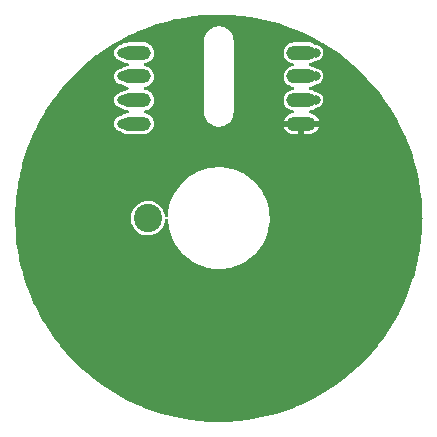
<source format=gtl>
%TF.GenerationSoftware,KiCad,Pcbnew,(6.0.8)*%
%TF.CreationDate,2022-10-29T15:14:35+02:00*%
%TF.ProjectId,view_screen,76696577-5f73-4637-9265-656e2e6b6963,rev?*%
%TF.SameCoordinates,Original*%
%TF.FileFunction,Copper,L1,Top*%
%TF.FilePolarity,Positive*%
%FSLAX46Y46*%
G04 Gerber Fmt 4.6, Leading zero omitted, Abs format (unit mm)*
G04 Created by KiCad (PCBNEW (6.0.8)) date 2022-10-29 15:14:35*
%MOMM*%
%LPD*%
G01*
G04 APERTURE LIST*
%TA.AperFunction,ComponentPad*%
%ADD10C,2.400000*%
%TD*%
%TA.AperFunction,SMDPad,CuDef*%
%ADD11O,2.500000X1.250000*%
%TD*%
%TA.AperFunction,ViaPad*%
%ADD12C,0.800000*%
%TD*%
G04 APERTURE END LIST*
D10*
%TO.P,H1,1,1*%
%TO.N,unconnected-(H1-Pad1)*%
X94000000Y-100000000D03*
%TD*%
D11*
%TO.P,J5,1,Pin_1*%
%TO.N,/nCS*%
X93000000Y-92000000D03*
%TO.P,J5,2,Pin_2*%
%TO.N,/SCK*%
X93000000Y-90000000D03*
%TO.P,J5,3,Pin_3*%
%TO.N,/MOSI*%
X93000000Y-88000000D03*
%TO.P,J5,4,Pin_4*%
%TO.N,/nRESET*%
X93000000Y-86000000D03*
%TD*%
%TO.P,J4,1,Pin_1*%
%TO.N,GND*%
X107000000Y-92000000D03*
%TO.P,J4,2,Pin_2*%
%TO.N,/VDD*%
X107000000Y-90000000D03*
%TO.P,J4,3,Pin_3*%
%TO.N,/BACKLIGHT_EN*%
X107000000Y-88000000D03*
%TO.P,J4,4,Pin_4*%
%TO.N,/DC*%
X107000000Y-86000000D03*
%TD*%
D12*
%TO.N,GND*%
X93250000Y-107000000D03*
X85000000Y-98500000D03*
X107750000Y-109000000D03*
X105500000Y-93000000D03*
X91000000Y-98500000D03*
X115000000Y-101500000D03*
X100000000Y-116500000D03*
X89000000Y-98500000D03*
X95750000Y-107000000D03*
X87000000Y-98500000D03*
X90750000Y-107000000D03*
X100000000Y-107500000D03*
X98500000Y-92500000D03*
%TO.N,/VDD*%
X108200000Y-90000000D03*
%TO.N,/DC*%
X108200000Y-86000000D03*
%TO.N,/BACKLIGHT_EN*%
X108200000Y-88000000D03*
%TO.N,/nRESET*%
X91800000Y-86000000D03*
%TO.N,/MOSI*%
X91800000Y-88000000D03*
%TO.N,/SCK*%
X91800000Y-90000000D03*
%TO.N,/nCS*%
X91800000Y-92000000D03*
%TD*%
%TA.AperFunction,Conductor*%
%TO.N,GND*%
G36*
X100273827Y-82756744D02*
G01*
X100676868Y-82772579D01*
X101079892Y-82788414D01*
X101085817Y-82788787D01*
X101889455Y-82858389D01*
X101895358Y-82859040D01*
X102694869Y-82966428D01*
X102700701Y-82967353D01*
X103494260Y-83112282D01*
X103500047Y-83113480D01*
X104285908Y-83295633D01*
X104291635Y-83297104D01*
X104610219Y-83386954D01*
X105068004Y-83516063D01*
X105073672Y-83517806D01*
X105451907Y-83643995D01*
X105838887Y-83773101D01*
X105844473Y-83775113D01*
X106596798Y-84066166D01*
X106602283Y-84068437D01*
X107340063Y-84394605D01*
X107345435Y-84397133D01*
X108067025Y-84757692D01*
X108072272Y-84760470D01*
X108468272Y-84982240D01*
X108776100Y-85154631D01*
X108781189Y-85157641D01*
X109081772Y-85345102D01*
X109465647Y-85584509D01*
X109470609Y-85587768D01*
X110134214Y-86046413D01*
X110139017Y-86049903D01*
X110780265Y-86539288D01*
X110784873Y-86542979D01*
X111402388Y-87062055D01*
X111406826Y-87065968D01*
X111654939Y-87295321D01*
X111940122Y-87558941D01*
X111999193Y-87613546D01*
X112003433Y-87617654D01*
X112569356Y-88192539D01*
X112573402Y-88196847D01*
X113111627Y-88797763D01*
X113115433Y-88802219D01*
X113624741Y-89427805D01*
X113628379Y-89432496D01*
X114107632Y-90081352D01*
X114111046Y-90086209D01*
X114556304Y-90752584D01*
X114559211Y-90756935D01*
X114562385Y-90761936D01*
X114935720Y-91382043D01*
X114978449Y-91453016D01*
X114981383Y-91458159D01*
X115364458Y-92168122D01*
X115367131Y-92173368D01*
X115716324Y-92900561D01*
X115718747Y-92905925D01*
X115823682Y-93153738D01*
X116033306Y-93648783D01*
X116035491Y-93654303D01*
X116314688Y-94411099D01*
X116316611Y-94416716D01*
X116559847Y-95185819D01*
X116561502Y-95191515D01*
X116761688Y-95946519D01*
X116768243Y-95971243D01*
X116769629Y-95977016D01*
X116939412Y-96765625D01*
X116940524Y-96771456D01*
X117072964Y-97567150D01*
X117073801Y-97573027D01*
X117141893Y-98148329D01*
X117168617Y-98374122D01*
X117169174Y-98380027D01*
X117218578Y-99077779D01*
X117226145Y-99184657D01*
X117226425Y-99190580D01*
X117229358Y-99315056D01*
X117245453Y-99998025D01*
X117245484Y-100001982D01*
X117245101Y-100050778D01*
X117243396Y-100267906D01*
X117243388Y-100268893D01*
X117243296Y-100272826D01*
X117241897Y-100308425D01*
X117211586Y-101079892D01*
X117211213Y-101085817D01*
X117141611Y-101889455D01*
X117140960Y-101895356D01*
X117061080Y-102490072D01*
X117033574Y-102694853D01*
X117032647Y-102700701D01*
X116903694Y-103406784D01*
X116887721Y-103494246D01*
X116886520Y-103500047D01*
X116716619Y-104233050D01*
X116704370Y-104285896D01*
X116702893Y-104291647D01*
X116483937Y-105068004D01*
X116482192Y-105073678D01*
X116226899Y-105838887D01*
X116224887Y-105844473D01*
X115933834Y-106596798D01*
X115931563Y-106602283D01*
X115605395Y-107340063D01*
X115602867Y-107345435D01*
X115242308Y-108067025D01*
X115239530Y-108072272D01*
X114845375Y-108776089D01*
X114842352Y-108781200D01*
X114415491Y-109465647D01*
X114412232Y-109470609D01*
X113953587Y-110134214D01*
X113950097Y-110139017D01*
X113460712Y-110780265D01*
X113457021Y-110784873D01*
X112937945Y-111402388D01*
X112934032Y-111406826D01*
X112386454Y-111999193D01*
X112382346Y-112003433D01*
X111807461Y-112569356D01*
X111803153Y-112573402D01*
X111202237Y-113111627D01*
X111197781Y-113115433D01*
X110572195Y-113624741D01*
X110567504Y-113628379D01*
X109918648Y-114107632D01*
X109913791Y-114111046D01*
X109243053Y-114559218D01*
X109238064Y-114562385D01*
X108546970Y-114978457D01*
X108541841Y-114981383D01*
X107831878Y-115364458D01*
X107826632Y-115367131D01*
X107099439Y-115716324D01*
X107094075Y-115718747D01*
X106460279Y-115987124D01*
X106351217Y-116033306D01*
X106345697Y-116035491D01*
X105588901Y-116314688D01*
X105583284Y-116316611D01*
X105111593Y-116465788D01*
X104814174Y-116559849D01*
X104808485Y-116561502D01*
X104028745Y-116768246D01*
X104022984Y-116769629D01*
X103234375Y-116939412D01*
X103228544Y-116940524D01*
X102432850Y-117072964D01*
X102426973Y-117073801D01*
X101625872Y-117168618D01*
X101619973Y-117169174D01*
X100815334Y-117226145D01*
X100809422Y-117226425D01*
X100101231Y-117243114D01*
X100002969Y-117245430D01*
X99997031Y-117245430D01*
X99898769Y-117243114D01*
X99190578Y-117226425D01*
X99184666Y-117226145D01*
X98380027Y-117169174D01*
X98374128Y-117168618D01*
X97573027Y-117073801D01*
X97567150Y-117072964D01*
X96771456Y-116940524D01*
X96765625Y-116939412D01*
X95977016Y-116769629D01*
X95971255Y-116768246D01*
X95191515Y-116561502D01*
X95185826Y-116559849D01*
X94888407Y-116465788D01*
X94416716Y-116316611D01*
X94411099Y-116314688D01*
X93654303Y-116035491D01*
X93648783Y-116033306D01*
X93539721Y-115987124D01*
X92905925Y-115718747D01*
X92900561Y-115716324D01*
X92173368Y-115367131D01*
X92168122Y-115364458D01*
X91458159Y-114981383D01*
X91453030Y-114978457D01*
X90761936Y-114562385D01*
X90756947Y-114559218D01*
X90086209Y-114111046D01*
X90081352Y-114107632D01*
X89432496Y-113628379D01*
X89427805Y-113624741D01*
X88802219Y-113115433D01*
X88797763Y-113111627D01*
X88196847Y-112573402D01*
X88192539Y-112569356D01*
X87617654Y-112003433D01*
X87613546Y-111999193D01*
X87065968Y-111406826D01*
X87062055Y-111402388D01*
X86542979Y-110784873D01*
X86539288Y-110780265D01*
X86049903Y-110139017D01*
X86046413Y-110134214D01*
X85587768Y-109470609D01*
X85584509Y-109465647D01*
X85157648Y-108781200D01*
X85154625Y-108776089D01*
X84760470Y-108072272D01*
X84757692Y-108067025D01*
X84397133Y-107345435D01*
X84394605Y-107340063D01*
X84068437Y-106602283D01*
X84066166Y-106596798D01*
X83775113Y-105844473D01*
X83773101Y-105838887D01*
X83517808Y-105073678D01*
X83516063Y-105068004D01*
X83297107Y-104291647D01*
X83295630Y-104285896D01*
X83283381Y-104233050D01*
X83113480Y-103500047D01*
X83112279Y-103494246D01*
X83096306Y-103406784D01*
X82967353Y-102700701D01*
X82966426Y-102694853D01*
X82938921Y-102490072D01*
X82859040Y-101895356D01*
X82858389Y-101889455D01*
X82788787Y-101085817D01*
X82788414Y-101079892D01*
X82758103Y-100308425D01*
X82756744Y-100273827D01*
X82756651Y-100267906D01*
X82756654Y-100267602D01*
X82759036Y-99964342D01*
X92540951Y-99964342D01*
X92541248Y-99969494D01*
X92541248Y-99969498D01*
X92547118Y-100071296D01*
X92554719Y-100203121D01*
X92555856Y-100208167D01*
X92555857Y-100208173D01*
X92570657Y-100273843D01*
X92607301Y-100436446D01*
X92697284Y-100658049D01*
X92699989Y-100662464D01*
X92699990Y-100662465D01*
X92707142Y-100674136D01*
X92822254Y-100861980D01*
X92978852Y-101042762D01*
X93162874Y-101195540D01*
X93167326Y-101198142D01*
X93167331Y-101198145D01*
X93364919Y-101313606D01*
X93369377Y-101316211D01*
X93592817Y-101401534D01*
X93597883Y-101402565D01*
X93597884Y-101402565D01*
X93652729Y-101413723D01*
X93827191Y-101449218D01*
X93961499Y-101454143D01*
X94061043Y-101457794D01*
X94061048Y-101457794D01*
X94066207Y-101457983D01*
X94071327Y-101457327D01*
X94071329Y-101457327D01*
X94298316Y-101428249D01*
X94298317Y-101428249D01*
X94303444Y-101427592D01*
X94308394Y-101426107D01*
X94527577Y-101360349D01*
X94527582Y-101360347D01*
X94532532Y-101358862D01*
X94747319Y-101253639D01*
X94751524Y-101250639D01*
X94751530Y-101250636D01*
X94937832Y-101117748D01*
X94937834Y-101117746D01*
X94942036Y-101114749D01*
X95111454Y-100945921D01*
X95251023Y-100751690D01*
X95297304Y-100658049D01*
X95354701Y-100541914D01*
X95354702Y-100541912D01*
X95356995Y-100537272D01*
X95426524Y-100308425D01*
X95446639Y-100155640D01*
X95475360Y-100090715D01*
X95534625Y-100051623D01*
X95605617Y-100050778D01*
X95665796Y-100088448D01*
X95696055Y-100152673D01*
X95697544Y-100170108D01*
X95699123Y-100270588D01*
X95699450Y-100273546D01*
X95699450Y-100273553D01*
X95742387Y-100662465D01*
X95743675Y-100674136D01*
X95744277Y-100677044D01*
X95744278Y-100677049D01*
X95799959Y-100945921D01*
X95826006Y-101071699D01*
X95826879Y-101074535D01*
X95826879Y-101074537D01*
X95942204Y-101449407D01*
X95945386Y-101459751D01*
X96100755Y-101834845D01*
X96290735Y-102193653D01*
X96292360Y-102196127D01*
X96292366Y-102196137D01*
X96504763Y-102519480D01*
X96513638Y-102532991D01*
X96767486Y-102849845D01*
X96769550Y-102851974D01*
X96769558Y-102851984D01*
X96927727Y-103015201D01*
X97050026Y-103141404D01*
X97052280Y-103143329D01*
X97352422Y-103399674D01*
X97358750Y-103405079D01*
X97690918Y-103638531D01*
X97762797Y-103679530D01*
X98041006Y-103838218D01*
X98041011Y-103838221D01*
X98043582Y-103839687D01*
X98413611Y-104006761D01*
X98797721Y-104138271D01*
X98800595Y-104138961D01*
X98800602Y-104138963D01*
X99079392Y-104205894D01*
X99192503Y-104233050D01*
X99195435Y-104233467D01*
X99195444Y-104233469D01*
X99591513Y-104289838D01*
X99591516Y-104289838D01*
X99594451Y-104290256D01*
X99597416Y-104290396D01*
X99597418Y-104290396D01*
X99997031Y-104309241D01*
X100000000Y-104309381D01*
X100002969Y-104309241D01*
X100402582Y-104290396D01*
X100402584Y-104290396D01*
X100405549Y-104290256D01*
X100408484Y-104289838D01*
X100408487Y-104289838D01*
X100804556Y-104233469D01*
X100804565Y-104233467D01*
X100807497Y-104233050D01*
X100920608Y-104205894D01*
X101199398Y-104138963D01*
X101199405Y-104138961D01*
X101202279Y-104138271D01*
X101586389Y-104006761D01*
X101956418Y-103839687D01*
X101958989Y-103838221D01*
X101958994Y-103838218D01*
X102237203Y-103679530D01*
X102309082Y-103638531D01*
X102641250Y-103405079D01*
X102647579Y-103399674D01*
X102947720Y-103143329D01*
X102949974Y-103141404D01*
X103072273Y-103015201D01*
X103230442Y-102851984D01*
X103230450Y-102851974D01*
X103232514Y-102849845D01*
X103486362Y-102532991D01*
X103495237Y-102519480D01*
X103707634Y-102196137D01*
X103707640Y-102196127D01*
X103709265Y-102193653D01*
X103899245Y-101834845D01*
X104054614Y-101459751D01*
X104057797Y-101449407D01*
X104173121Y-101074537D01*
X104173121Y-101074535D01*
X104173994Y-101071699D01*
X104200042Y-100945921D01*
X104255722Y-100677049D01*
X104255723Y-100677044D01*
X104256325Y-100674136D01*
X104256652Y-100671178D01*
X104300606Y-100273047D01*
X104300607Y-100273035D01*
X104300877Y-100270588D01*
X104300962Y-100267906D01*
X104307140Y-100071296D01*
X104309381Y-100000000D01*
X104290256Y-99594451D01*
X104270880Y-99458306D01*
X104233469Y-99195444D01*
X104233467Y-99195435D01*
X104233050Y-99192503D01*
X104164891Y-98908600D01*
X104138963Y-98800602D01*
X104138961Y-98800595D01*
X104138271Y-98797721D01*
X104006761Y-98413611D01*
X103839687Y-98043582D01*
X103771445Y-97923940D01*
X103713864Y-97822991D01*
X103638531Y-97690918D01*
X103405079Y-97358750D01*
X103305610Y-97242286D01*
X103143329Y-97052280D01*
X103141404Y-97050026D01*
X103069755Y-96980593D01*
X102851984Y-96769558D01*
X102851974Y-96769550D01*
X102849845Y-96767486D01*
X102532991Y-96513638D01*
X102414486Y-96435795D01*
X102196137Y-96292366D01*
X102196127Y-96292360D01*
X102193653Y-96290735D01*
X101834845Y-96100755D01*
X101459751Y-95945386D01*
X101456928Y-95944518D01*
X101456921Y-95944515D01*
X101074537Y-95826879D01*
X101074535Y-95826879D01*
X101071699Y-95826006D01*
X101068796Y-95825405D01*
X101068789Y-95825403D01*
X100677049Y-95744278D01*
X100677044Y-95744277D01*
X100674136Y-95743675D01*
X100671187Y-95743349D01*
X100671178Y-95743348D01*
X100273552Y-95699450D01*
X100273547Y-95699450D01*
X100270588Y-95699123D01*
X100267604Y-95699076D01*
X100267602Y-95699076D01*
X100179863Y-95697698D01*
X99864639Y-95692745D01*
X99861695Y-95692977D01*
X99861685Y-95692977D01*
X99476457Y-95723296D01*
X99459891Y-95724600D01*
X99059938Y-95794403D01*
X99057071Y-95795187D01*
X99057059Y-95795190D01*
X98671192Y-95900751D01*
X98671182Y-95900754D01*
X98668328Y-95901535D01*
X98665564Y-95902579D01*
X98665553Y-95902583D01*
X98291311Y-96043998D01*
X98288538Y-96045046D01*
X98285871Y-96046353D01*
X98285870Y-96046353D01*
X98123538Y-96125879D01*
X97923940Y-96223661D01*
X97921405Y-96225214D01*
X97921404Y-96225215D01*
X97900523Y-96238011D01*
X97577769Y-96435795D01*
X97253097Y-96679565D01*
X96952807Y-96952807D01*
X96679565Y-97253097D01*
X96435795Y-97577769D01*
X96223661Y-97923940D01*
X96045046Y-98288538D01*
X96043999Y-98291308D01*
X96043998Y-98291311D01*
X95902583Y-98665553D01*
X95902579Y-98665564D01*
X95901535Y-98668328D01*
X95900754Y-98671182D01*
X95900751Y-98671192D01*
X95795190Y-99057059D01*
X95795187Y-99057071D01*
X95794403Y-99059938D01*
X95724600Y-99459891D01*
X95724368Y-99462839D01*
X95696088Y-99822163D01*
X95670802Y-99888504D01*
X95613664Y-99930644D01*
X95542814Y-99935203D01*
X95480747Y-99900734D01*
X95447167Y-99838180D01*
X95444900Y-99822601D01*
X95440311Y-99766789D01*
X95439887Y-99761628D01*
X95381620Y-99529658D01*
X95286249Y-99310319D01*
X95156335Y-99109502D01*
X95127470Y-99077779D01*
X94998844Y-98936422D01*
X94998842Y-98936421D01*
X94995366Y-98932600D01*
X94991315Y-98929401D01*
X94991311Y-98929397D01*
X94824580Y-98797721D01*
X94807667Y-98784364D01*
X94598277Y-98668774D01*
X94372819Y-98588936D01*
X94324046Y-98580248D01*
X94142438Y-98547898D01*
X94142434Y-98547898D01*
X94137350Y-98546992D01*
X94053548Y-98545968D01*
X93903360Y-98544133D01*
X93903358Y-98544133D01*
X93898191Y-98544070D01*
X93739680Y-98568326D01*
X93666876Y-98579466D01*
X93666874Y-98579467D01*
X93661767Y-98580248D01*
X93629906Y-98590662D01*
X93439340Y-98652949D01*
X93439338Y-98652950D01*
X93434427Y-98654555D01*
X93222275Y-98764994D01*
X93218142Y-98768097D01*
X93218139Y-98768099D01*
X93035145Y-98905495D01*
X93031010Y-98908600D01*
X92865767Y-99081516D01*
X92730985Y-99279099D01*
X92680635Y-99387570D01*
X92646418Y-99461285D01*
X92630284Y-99496042D01*
X92566366Y-99726520D01*
X92565817Y-99731654D01*
X92565817Y-99731656D01*
X92562614Y-99761628D01*
X92540951Y-99964342D01*
X82759036Y-99964342D01*
X82760863Y-99731656D01*
X82762987Y-99461285D01*
X82763173Y-99455351D01*
X82807499Y-98649895D01*
X82807965Y-98643977D01*
X82840270Y-98328681D01*
X82890184Y-97841516D01*
X82890927Y-97835631D01*
X82892828Y-97822991D01*
X82978507Y-97253097D01*
X83010857Y-97037926D01*
X83011878Y-97032078D01*
X83130485Y-96435795D01*
X83169248Y-96240924D01*
X83170541Y-96235136D01*
X83173006Y-96225215D01*
X83297417Y-95724368D01*
X83365012Y-95452248D01*
X83366579Y-95446522D01*
X83597699Y-94673708D01*
X83599533Y-94668061D01*
X83687800Y-94416716D01*
X83866821Y-93906938D01*
X83868920Y-93901385D01*
X83941395Y-93722453D01*
X84171753Y-93153726D01*
X84174106Y-93148289D01*
X84298190Y-92879131D01*
X84392406Y-92674760D01*
X84511821Y-92415728D01*
X84514433Y-92410396D01*
X84731203Y-91993096D01*
X91140729Y-91993096D01*
X91158113Y-92150553D01*
X91160723Y-92157684D01*
X91160723Y-92157686D01*
X91200927Y-92267548D01*
X91212553Y-92299319D01*
X91216789Y-92305622D01*
X91216789Y-92305623D01*
X91294305Y-92420978D01*
X91300908Y-92430805D01*
X91418076Y-92537419D01*
X91557293Y-92613008D01*
X91710522Y-92653207D01*
X91729054Y-92653498D01*
X91741250Y-92653690D01*
X91809048Y-92674760D01*
X91815799Y-92679578D01*
X91841975Y-92699591D01*
X91916709Y-92756729D01*
X92089896Y-92837487D01*
X92276385Y-92879173D01*
X92282234Y-92879500D01*
X93672737Y-92879500D01*
X93814973Y-92864048D01*
X93996083Y-92803098D01*
X94159880Y-92704679D01*
X94298722Y-92573383D01*
X94406131Y-92415335D01*
X94408663Y-92409005D01*
X94408665Y-92409001D01*
X94465742Y-92266298D01*
X105536603Y-92266298D01*
X105551094Y-92318908D01*
X105556091Y-92331528D01*
X105638794Y-92488388D01*
X105646387Y-92499646D01*
X105760845Y-92635087D01*
X105770671Y-92644445D01*
X105911546Y-92752153D01*
X105923155Y-92759184D01*
X106083874Y-92834127D01*
X106096721Y-92838500D01*
X106271397Y-92877546D01*
X106281331Y-92878924D01*
X106284042Y-92879000D01*
X106727885Y-92879000D01*
X106743124Y-92874525D01*
X106744329Y-92873135D01*
X106746000Y-92865452D01*
X106746000Y-92860885D01*
X107254000Y-92860885D01*
X107258475Y-92876124D01*
X107259865Y-92877329D01*
X107267548Y-92879000D01*
X107669293Y-92879000D01*
X107676107Y-92878631D01*
X107808080Y-92864294D01*
X107821332Y-92861380D01*
X107989402Y-92804819D01*
X108001725Y-92799124D01*
X108153727Y-92707792D01*
X108164532Y-92699591D01*
X108293385Y-92577742D01*
X108302174Y-92567414D01*
X108401852Y-92420742D01*
X108408221Y-92408765D01*
X108463394Y-92270821D01*
X108464730Y-92256782D01*
X108459909Y-92254000D01*
X107272115Y-92254000D01*
X107256876Y-92258475D01*
X107255671Y-92259865D01*
X107254000Y-92267548D01*
X107254000Y-92860885D01*
X106746000Y-92860885D01*
X106746000Y-92272115D01*
X106741525Y-92256876D01*
X106740135Y-92255671D01*
X106732452Y-92254000D01*
X105551331Y-92254000D01*
X105537800Y-92257973D01*
X105536603Y-92266298D01*
X94465742Y-92266298D01*
X94474561Y-92244248D01*
X94477096Y-92237910D01*
X94488654Y-92168100D01*
X94507192Y-92056121D01*
X94507192Y-92056119D01*
X94508307Y-92049385D01*
X94504963Y-91985565D01*
X94498663Y-91865368D01*
X94498306Y-91858555D01*
X94492104Y-91836037D01*
X94449373Y-91680907D01*
X94447560Y-91674325D01*
X94386671Y-91558838D01*
X94361622Y-91511328D01*
X94361620Y-91511324D01*
X94358438Y-91505290D01*
X94235097Y-91359335D01*
X94146774Y-91291807D01*
X94088712Y-91247415D01*
X94088708Y-91247413D01*
X94083291Y-91243271D01*
X93910104Y-91162513D01*
X93723615Y-91120827D01*
X93724139Y-91118484D01*
X93668530Y-91093427D01*
X93629846Y-91033895D01*
X93629675Y-91000000D01*
X98740514Y-91000000D01*
X98741692Y-91005920D01*
X98758369Y-91207192D01*
X98781873Y-91300008D01*
X98802648Y-91382043D01*
X98809406Y-91408731D01*
X98811498Y-91413501D01*
X98811499Y-91413503D01*
X98831093Y-91458173D01*
X98892919Y-91599122D01*
X99006631Y-91773170D01*
X99010161Y-91777005D01*
X99010166Y-91777011D01*
X99071439Y-91843571D01*
X99147439Y-91926129D01*
X99151548Y-91929327D01*
X99151550Y-91929329D01*
X99297036Y-92042565D01*
X99311502Y-92053824D01*
X99316081Y-92056302D01*
X99316084Y-92056304D01*
X99476289Y-92143003D01*
X99494346Y-92152775D01*
X99499282Y-92154469D01*
X99499283Y-92154470D01*
X99554396Y-92173390D01*
X99690983Y-92220280D01*
X99896049Y-92254500D01*
X100103951Y-92254500D01*
X100309017Y-92220280D01*
X100445604Y-92173390D01*
X100500717Y-92154470D01*
X100500718Y-92154469D01*
X100505654Y-92152775D01*
X100523711Y-92143003D01*
X100683916Y-92056304D01*
X100683919Y-92056302D01*
X100688498Y-92053824D01*
X100702964Y-92042565D01*
X100848450Y-91929329D01*
X100848452Y-91929327D01*
X100852561Y-91926129D01*
X100928561Y-91843571D01*
X100989834Y-91777011D01*
X100989839Y-91777005D01*
X100993369Y-91773170D01*
X101107081Y-91599122D01*
X101168907Y-91458173D01*
X101188501Y-91413503D01*
X101188502Y-91413501D01*
X101190594Y-91408731D01*
X101197353Y-91382043D01*
X101218127Y-91300008D01*
X101241631Y-91207192D01*
X101258308Y-91005920D01*
X101259486Y-91000000D01*
X101256921Y-90987103D01*
X101254500Y-90962524D01*
X101254500Y-89950615D01*
X105491693Y-89950615D01*
X105492050Y-89957431D01*
X105492050Y-89957435D01*
X105495207Y-90017663D01*
X105501694Y-90141445D01*
X105503505Y-90148019D01*
X105503505Y-90148020D01*
X105507663Y-90163115D01*
X105552440Y-90325675D01*
X105555624Y-90331714D01*
X105638378Y-90488672D01*
X105638380Y-90488676D01*
X105641562Y-90494710D01*
X105764903Y-90640665D01*
X105785590Y-90656481D01*
X105911288Y-90752585D01*
X105911292Y-90752587D01*
X105916709Y-90756729D01*
X106089896Y-90837487D01*
X106198982Y-90861871D01*
X106276385Y-90879173D01*
X106275990Y-90880939D01*
X106333509Y-90906860D01*
X106372190Y-90966395D01*
X106372544Y-91037390D01*
X106334458Y-91097307D01*
X106265080Y-91127758D01*
X106191920Y-91135706D01*
X106178668Y-91138620D01*
X106010598Y-91195181D01*
X105998275Y-91200876D01*
X105846273Y-91292208D01*
X105835468Y-91300409D01*
X105706615Y-91422258D01*
X105697826Y-91432586D01*
X105598148Y-91579258D01*
X105591779Y-91591235D01*
X105536606Y-91729179D01*
X105535270Y-91743218D01*
X105540091Y-91746000D01*
X108448669Y-91746000D01*
X108462200Y-91742027D01*
X108463397Y-91733702D01*
X108448906Y-91681092D01*
X108443909Y-91668472D01*
X108361206Y-91511612D01*
X108353613Y-91500354D01*
X108239155Y-91364913D01*
X108229329Y-91355555D01*
X108088454Y-91247847D01*
X108076845Y-91240816D01*
X107916126Y-91165873D01*
X107903279Y-91161500D01*
X107723559Y-91121327D01*
X107723956Y-91119552D01*
X107666466Y-91093640D01*
X107627788Y-91034104D01*
X107627438Y-90963109D01*
X107665527Y-90903194D01*
X107734900Y-90872747D01*
X107780572Y-90867785D01*
X107814973Y-90864048D01*
X107996083Y-90803098D01*
X108159880Y-90704679D01*
X108175348Y-90690051D01*
X108238582Y-90657780D01*
X108253781Y-90656481D01*
X108253769Y-90656369D01*
X108261318Y-90655576D01*
X108268916Y-90655695D01*
X108423332Y-90620329D01*
X108493742Y-90584917D01*
X108558072Y-90552563D01*
X108558075Y-90552561D01*
X108564855Y-90549151D01*
X108570626Y-90544222D01*
X108570629Y-90544220D01*
X108679536Y-90451204D01*
X108679536Y-90451203D01*
X108685314Y-90446269D01*
X108777755Y-90317624D01*
X108836842Y-90170641D01*
X108848858Y-90086209D01*
X108858581Y-90017891D01*
X108858581Y-90017888D01*
X108859162Y-90013807D01*
X108859307Y-90000000D01*
X108840276Y-89842733D01*
X108784280Y-89694546D01*
X108752199Y-89647868D01*
X108698855Y-89570251D01*
X108698854Y-89570249D01*
X108694553Y-89563992D01*
X108576275Y-89458611D01*
X108568889Y-89454700D01*
X108442988Y-89388039D01*
X108442989Y-89388039D01*
X108436274Y-89384484D01*
X108360216Y-89365380D01*
X108290003Y-89347743D01*
X108290001Y-89347743D01*
X108282633Y-89345892D01*
X108275034Y-89345852D01*
X108275033Y-89345852D01*
X108268309Y-89345817D01*
X108259346Y-89345770D01*
X108191332Y-89325412D01*
X108183478Y-89319869D01*
X108171458Y-89310679D01*
X108083291Y-89243271D01*
X107910104Y-89162513D01*
X107723615Y-89120827D01*
X107724139Y-89118484D01*
X107668530Y-89093427D01*
X107629846Y-89033895D01*
X107629487Y-88962899D01*
X107667569Y-88902980D01*
X107736953Y-88872524D01*
X107784166Y-88867395D01*
X107814973Y-88864048D01*
X107996083Y-88803098D01*
X108159880Y-88704679D01*
X108175348Y-88690051D01*
X108238582Y-88657780D01*
X108253781Y-88656481D01*
X108253769Y-88656369D01*
X108261318Y-88655576D01*
X108268916Y-88655695D01*
X108423332Y-88620329D01*
X108493742Y-88584917D01*
X108558072Y-88552563D01*
X108558075Y-88552561D01*
X108564855Y-88549151D01*
X108570626Y-88544222D01*
X108570629Y-88544220D01*
X108679536Y-88451204D01*
X108679536Y-88451203D01*
X108685314Y-88446269D01*
X108777755Y-88317624D01*
X108836842Y-88170641D01*
X108859162Y-88013807D01*
X108859307Y-88000000D01*
X108840276Y-87842733D01*
X108784280Y-87694546D01*
X108729990Y-87615553D01*
X108698855Y-87570251D01*
X108698854Y-87570249D01*
X108694553Y-87563992D01*
X108576275Y-87458611D01*
X108568889Y-87454700D01*
X108442988Y-87388039D01*
X108442989Y-87388039D01*
X108436274Y-87384484D01*
X108360216Y-87365380D01*
X108290003Y-87347743D01*
X108290001Y-87347743D01*
X108282633Y-87345892D01*
X108275034Y-87345852D01*
X108275033Y-87345852D01*
X108268309Y-87345817D01*
X108259346Y-87345770D01*
X108191332Y-87325412D01*
X108183478Y-87319869D01*
X108171458Y-87310679D01*
X108083291Y-87243271D01*
X107910104Y-87162513D01*
X107723615Y-87120827D01*
X107724139Y-87118484D01*
X107668530Y-87093427D01*
X107629846Y-87033895D01*
X107629487Y-86962899D01*
X107667569Y-86902980D01*
X107736953Y-86872524D01*
X107784166Y-86867395D01*
X107814973Y-86864048D01*
X107996083Y-86803098D01*
X108159880Y-86704679D01*
X108175348Y-86690051D01*
X108238582Y-86657780D01*
X108253781Y-86656481D01*
X108253769Y-86656369D01*
X108261318Y-86655576D01*
X108268916Y-86655695D01*
X108423332Y-86620329D01*
X108493742Y-86584917D01*
X108558072Y-86552563D01*
X108558075Y-86552561D01*
X108564855Y-86549151D01*
X108570626Y-86544222D01*
X108570629Y-86544220D01*
X108679536Y-86451204D01*
X108679536Y-86451203D01*
X108685314Y-86446269D01*
X108777755Y-86317624D01*
X108836842Y-86170641D01*
X108859162Y-86013807D01*
X108859307Y-86000000D01*
X108840276Y-85842733D01*
X108784280Y-85694546D01*
X108741457Y-85632238D01*
X108698855Y-85570251D01*
X108698854Y-85570249D01*
X108694553Y-85563992D01*
X108576275Y-85458611D01*
X108568889Y-85454700D01*
X108442988Y-85388039D01*
X108442989Y-85388039D01*
X108436274Y-85384484D01*
X108360216Y-85365380D01*
X108290003Y-85347743D01*
X108290001Y-85347743D01*
X108282633Y-85345892D01*
X108275034Y-85345852D01*
X108275033Y-85345852D01*
X108268309Y-85345817D01*
X108259346Y-85345770D01*
X108191332Y-85325412D01*
X108183478Y-85319869D01*
X108171458Y-85310679D01*
X108083291Y-85243271D01*
X107910104Y-85162513D01*
X107723615Y-85120827D01*
X107717766Y-85120500D01*
X106327263Y-85120500D01*
X106185027Y-85135952D01*
X106003917Y-85196902D01*
X105840120Y-85295321D01*
X105701278Y-85426617D01*
X105593869Y-85584665D01*
X105591337Y-85590995D01*
X105591335Y-85590999D01*
X105533750Y-85734973D01*
X105522904Y-85762090D01*
X105521790Y-85768820D01*
X105521789Y-85768823D01*
X105508305Y-85850273D01*
X105491693Y-85950615D01*
X105492050Y-85957431D01*
X105492050Y-85957435D01*
X105496802Y-86048097D01*
X105501694Y-86141445D01*
X105503505Y-86148019D01*
X105503505Y-86148020D01*
X105507663Y-86163115D01*
X105552440Y-86325675D01*
X105555624Y-86331714D01*
X105638378Y-86488672D01*
X105638380Y-86488676D01*
X105641562Y-86494710D01*
X105764903Y-86640665D01*
X105815799Y-86679578D01*
X105911288Y-86752585D01*
X105911292Y-86752587D01*
X105916709Y-86756729D01*
X106089896Y-86837487D01*
X106198982Y-86861871D01*
X106276385Y-86879173D01*
X106275861Y-86881516D01*
X106331470Y-86906573D01*
X106370154Y-86966105D01*
X106370513Y-87037101D01*
X106332431Y-87097020D01*
X106263047Y-87127476D01*
X106215834Y-87132605D01*
X106185027Y-87135952D01*
X106003917Y-87196902D01*
X105840120Y-87295321D01*
X105701278Y-87426617D01*
X105593869Y-87584665D01*
X105591337Y-87590995D01*
X105591335Y-87590999D01*
X105525439Y-87755752D01*
X105522904Y-87762090D01*
X105521790Y-87768820D01*
X105521789Y-87768823D01*
X105508305Y-87850273D01*
X105491693Y-87950615D01*
X105492050Y-87957431D01*
X105492050Y-87957435D01*
X105496869Y-88049385D01*
X105501694Y-88141445D01*
X105503505Y-88148019D01*
X105503505Y-88148020D01*
X105507663Y-88163115D01*
X105552440Y-88325675D01*
X105555624Y-88331714D01*
X105638378Y-88488672D01*
X105638380Y-88488676D01*
X105641562Y-88494710D01*
X105764903Y-88640665D01*
X105829500Y-88690053D01*
X105911288Y-88752585D01*
X105911292Y-88752587D01*
X105916709Y-88756729D01*
X106089896Y-88837487D01*
X106198982Y-88861871D01*
X106276385Y-88879173D01*
X106275861Y-88881516D01*
X106331470Y-88906573D01*
X106370154Y-88966105D01*
X106370513Y-89037101D01*
X106332431Y-89097020D01*
X106263047Y-89127476D01*
X106215834Y-89132605D01*
X106185027Y-89135952D01*
X106003917Y-89196902D01*
X105840120Y-89295321D01*
X105701278Y-89426617D01*
X105593869Y-89584665D01*
X105591337Y-89590995D01*
X105591335Y-89590999D01*
X105525439Y-89755752D01*
X105522904Y-89762090D01*
X105521790Y-89768820D01*
X105521789Y-89768823D01*
X105508305Y-89850273D01*
X105491693Y-89950615D01*
X101254500Y-89950615D01*
X101254500Y-85037476D01*
X101256921Y-85012894D01*
X101259486Y-85000000D01*
X101258308Y-84994080D01*
X101241631Y-84792808D01*
X101190594Y-84591269D01*
X101177671Y-84561806D01*
X101109175Y-84405652D01*
X101107081Y-84400878D01*
X100993369Y-84226830D01*
X100989839Y-84222995D01*
X100989834Y-84222989D01*
X100856093Y-84077708D01*
X100852561Y-84073871D01*
X100845580Y-84068437D01*
X100692607Y-83949374D01*
X100692606Y-83949373D01*
X100688498Y-83946176D01*
X100683919Y-83943698D01*
X100683916Y-83943696D01*
X100510246Y-83849710D01*
X100510245Y-83849710D01*
X100505654Y-83847225D01*
X100309017Y-83779720D01*
X100103951Y-83745500D01*
X99896049Y-83745500D01*
X99690983Y-83779720D01*
X99494346Y-83847225D01*
X99489755Y-83849710D01*
X99489754Y-83849710D01*
X99316084Y-83943696D01*
X99316081Y-83943698D01*
X99311502Y-83946176D01*
X99307394Y-83949373D01*
X99307393Y-83949374D01*
X99154421Y-84068437D01*
X99147439Y-84073871D01*
X99143907Y-84077708D01*
X99010166Y-84222989D01*
X99010161Y-84222995D01*
X99006631Y-84226830D01*
X98892919Y-84400878D01*
X98890825Y-84405652D01*
X98822330Y-84561806D01*
X98809406Y-84591269D01*
X98758369Y-84792808D01*
X98741692Y-84994080D01*
X98740514Y-85000000D01*
X98743079Y-85012894D01*
X98745500Y-85037476D01*
X98745500Y-90962524D01*
X98743079Y-90987103D01*
X98740514Y-91000000D01*
X93629675Y-91000000D01*
X93629487Y-90962899D01*
X93667569Y-90902980D01*
X93736953Y-90872524D01*
X93784166Y-90867395D01*
X93814973Y-90864048D01*
X93996083Y-90803098D01*
X94159880Y-90704679D01*
X94298722Y-90573383D01*
X94406131Y-90415335D01*
X94408663Y-90409005D01*
X94408665Y-90409001D01*
X94474561Y-90244248D01*
X94477096Y-90237910D01*
X94490378Y-90157686D01*
X94507192Y-90056121D01*
X94507192Y-90056119D01*
X94508307Y-90049385D01*
X94506657Y-90017891D01*
X94498663Y-89865368D01*
X94498306Y-89858555D01*
X94492104Y-89836037D01*
X94449373Y-89680907D01*
X94447560Y-89674325D01*
X94432338Y-89645453D01*
X94361622Y-89511328D01*
X94361620Y-89511324D01*
X94358438Y-89505290D01*
X94235097Y-89359335D01*
X94146774Y-89291807D01*
X94088712Y-89247415D01*
X94088708Y-89247413D01*
X94083291Y-89243271D01*
X93910104Y-89162513D01*
X93723615Y-89120827D01*
X93724139Y-89118484D01*
X93668530Y-89093427D01*
X93629846Y-89033895D01*
X93629487Y-88962899D01*
X93667569Y-88902980D01*
X93736953Y-88872524D01*
X93784166Y-88867395D01*
X93814973Y-88864048D01*
X93996083Y-88803098D01*
X94159880Y-88704679D01*
X94298722Y-88573383D01*
X94406131Y-88415335D01*
X94408663Y-88409005D01*
X94408665Y-88409001D01*
X94474561Y-88244248D01*
X94477096Y-88237910D01*
X94490378Y-88157686D01*
X94507192Y-88056121D01*
X94507192Y-88056119D01*
X94508307Y-88049385D01*
X94506657Y-88017891D01*
X94498663Y-87865368D01*
X94498306Y-87858555D01*
X94492104Y-87836037D01*
X94449373Y-87680907D01*
X94447560Y-87674325D01*
X94444376Y-87668286D01*
X94361622Y-87511328D01*
X94361620Y-87511324D01*
X94358438Y-87505290D01*
X94235097Y-87359335D01*
X94146774Y-87291807D01*
X94088712Y-87247415D01*
X94088708Y-87247413D01*
X94083291Y-87243271D01*
X93910104Y-87162513D01*
X93723615Y-87120827D01*
X93724139Y-87118484D01*
X93668530Y-87093427D01*
X93629846Y-87033895D01*
X93629487Y-86962899D01*
X93667569Y-86902980D01*
X93736953Y-86872524D01*
X93784166Y-86867395D01*
X93814973Y-86864048D01*
X93996083Y-86803098D01*
X94159880Y-86704679D01*
X94298722Y-86573383D01*
X94406131Y-86415335D01*
X94408663Y-86409005D01*
X94408665Y-86409001D01*
X94474561Y-86244248D01*
X94477096Y-86237910D01*
X94481572Y-86210877D01*
X94507192Y-86056121D01*
X94507192Y-86056119D01*
X94508307Y-86049385D01*
X94506657Y-86017891D01*
X94498663Y-85865368D01*
X94498306Y-85858555D01*
X94492104Y-85836037D01*
X94449373Y-85680907D01*
X94447560Y-85674325D01*
X94400288Y-85584665D01*
X94361622Y-85511328D01*
X94361620Y-85511324D01*
X94358438Y-85505290D01*
X94235097Y-85359335D01*
X94154088Y-85297399D01*
X94088712Y-85247415D01*
X94088708Y-85247413D01*
X94083291Y-85243271D01*
X93910104Y-85162513D01*
X93723615Y-85120827D01*
X93717766Y-85120500D01*
X92327263Y-85120500D01*
X92185027Y-85135952D01*
X92003917Y-85196902D01*
X91840120Y-85295321D01*
X91835166Y-85300006D01*
X91835163Y-85300008D01*
X91823879Y-85310679D01*
X91760640Y-85342950D01*
X91736648Y-85345127D01*
X91734487Y-85345116D01*
X91724221Y-85345062D01*
X91716841Y-85346834D01*
X91716839Y-85346834D01*
X91577563Y-85380271D01*
X91577560Y-85380272D01*
X91570184Y-85382043D01*
X91429414Y-85454700D01*
X91310039Y-85558838D01*
X91218950Y-85688444D01*
X91161406Y-85836037D01*
X91160414Y-85843570D01*
X91160414Y-85843571D01*
X91145424Y-85957435D01*
X91140729Y-85993096D01*
X91158113Y-86150553D01*
X91160723Y-86157684D01*
X91160723Y-86157686D01*
X91190081Y-86237910D01*
X91212553Y-86299319D01*
X91216789Y-86305622D01*
X91216789Y-86305623D01*
X91294305Y-86420978D01*
X91300908Y-86430805D01*
X91306527Y-86435918D01*
X91306528Y-86435919D01*
X91317903Y-86446269D01*
X91418076Y-86537419D01*
X91557293Y-86613008D01*
X91710522Y-86653207D01*
X91729054Y-86653498D01*
X91741250Y-86653690D01*
X91809048Y-86674760D01*
X91815799Y-86679578D01*
X91842500Y-86699992D01*
X91916709Y-86756729D01*
X92089896Y-86837487D01*
X92198982Y-86861871D01*
X92276385Y-86879173D01*
X92275861Y-86881516D01*
X92331470Y-86906573D01*
X92370154Y-86966105D01*
X92370513Y-87037101D01*
X92332431Y-87097020D01*
X92263047Y-87127476D01*
X92215834Y-87132605D01*
X92185027Y-87135952D01*
X92003917Y-87196902D01*
X91840120Y-87295321D01*
X91835166Y-87300006D01*
X91835163Y-87300008D01*
X91823879Y-87310679D01*
X91760640Y-87342950D01*
X91736648Y-87345127D01*
X91734487Y-87345116D01*
X91724221Y-87345062D01*
X91716841Y-87346834D01*
X91716839Y-87346834D01*
X91577563Y-87380271D01*
X91577560Y-87380272D01*
X91570184Y-87382043D01*
X91429414Y-87454700D01*
X91310039Y-87558838D01*
X91218950Y-87688444D01*
X91161406Y-87836037D01*
X91160414Y-87843570D01*
X91160414Y-87843571D01*
X91145424Y-87957435D01*
X91140729Y-87993096D01*
X91158113Y-88150553D01*
X91160723Y-88157684D01*
X91160723Y-88157686D01*
X91190081Y-88237910D01*
X91212553Y-88299319D01*
X91216789Y-88305622D01*
X91216789Y-88305623D01*
X91294305Y-88420978D01*
X91300908Y-88430805D01*
X91306527Y-88435918D01*
X91306528Y-88435919D01*
X91317903Y-88446269D01*
X91418076Y-88537419D01*
X91557293Y-88613008D01*
X91710522Y-88653207D01*
X91729054Y-88653498D01*
X91741250Y-88653690D01*
X91809048Y-88674760D01*
X91815799Y-88679578D01*
X91842500Y-88699992D01*
X91916709Y-88756729D01*
X92089896Y-88837487D01*
X92198982Y-88861871D01*
X92276385Y-88879173D01*
X92275861Y-88881516D01*
X92331470Y-88906573D01*
X92370154Y-88966105D01*
X92370513Y-89037101D01*
X92332431Y-89097020D01*
X92263047Y-89127476D01*
X92215834Y-89132605D01*
X92185027Y-89135952D01*
X92003917Y-89196902D01*
X91840120Y-89295321D01*
X91835166Y-89300006D01*
X91835163Y-89300008D01*
X91823879Y-89310679D01*
X91760640Y-89342950D01*
X91736648Y-89345127D01*
X91734487Y-89345116D01*
X91724221Y-89345062D01*
X91716841Y-89346834D01*
X91716839Y-89346834D01*
X91577563Y-89380271D01*
X91577560Y-89380272D01*
X91570184Y-89382043D01*
X91429414Y-89454700D01*
X91310039Y-89558838D01*
X91218950Y-89688444D01*
X91161406Y-89836037D01*
X91160414Y-89843570D01*
X91160414Y-89843571D01*
X91145424Y-89957435D01*
X91140729Y-89993096D01*
X91158113Y-90150553D01*
X91160723Y-90157684D01*
X91160723Y-90157686D01*
X91190081Y-90237910D01*
X91212553Y-90299319D01*
X91216789Y-90305622D01*
X91216789Y-90305623D01*
X91294305Y-90420978D01*
X91300908Y-90430805D01*
X91306527Y-90435918D01*
X91306528Y-90435919D01*
X91317903Y-90446269D01*
X91418076Y-90537419D01*
X91557293Y-90613008D01*
X91710522Y-90653207D01*
X91729054Y-90653498D01*
X91741250Y-90653690D01*
X91809048Y-90674760D01*
X91815799Y-90679578D01*
X91842500Y-90699992D01*
X91916709Y-90756729D01*
X92089896Y-90837487D01*
X92198982Y-90861871D01*
X92276385Y-90879173D01*
X92275861Y-90881516D01*
X92331470Y-90906573D01*
X92370154Y-90966105D01*
X92370513Y-91037101D01*
X92332431Y-91097020D01*
X92263047Y-91127476D01*
X92215834Y-91132605D01*
X92185027Y-91135952D01*
X92003917Y-91196902D01*
X91840120Y-91295321D01*
X91835166Y-91300006D01*
X91835163Y-91300008D01*
X91823879Y-91310679D01*
X91760640Y-91342950D01*
X91736648Y-91345127D01*
X91734487Y-91345116D01*
X91724221Y-91345062D01*
X91716841Y-91346834D01*
X91716839Y-91346834D01*
X91577563Y-91380271D01*
X91577560Y-91380272D01*
X91570184Y-91382043D01*
X91429414Y-91454700D01*
X91310039Y-91558838D01*
X91218950Y-91688444D01*
X91161406Y-91836037D01*
X91160414Y-91843570D01*
X91160414Y-91843571D01*
X91157545Y-91865368D01*
X91140729Y-91993096D01*
X84731203Y-91993096D01*
X84886286Y-91694549D01*
X84889146Y-91689347D01*
X85199520Y-91154998D01*
X85294300Y-90991823D01*
X85297399Y-90986765D01*
X85312674Y-90963109D01*
X85734973Y-90309083D01*
X85738310Y-90304173D01*
X86061452Y-89851980D01*
X86207316Y-89647862D01*
X86210877Y-89643120D01*
X86261408Y-89579022D01*
X86710284Y-89009626D01*
X86714060Y-89005062D01*
X86747866Y-88966105D01*
X87242747Y-88395804D01*
X87246737Y-88391419D01*
X87311244Y-88323798D01*
X87803560Y-87807718D01*
X87807718Y-87803560D01*
X88391425Y-87246731D01*
X88395811Y-87242741D01*
X89005071Y-86714052D01*
X89009636Y-86710276D01*
X89012279Y-86708193D01*
X89643125Y-86210873D01*
X89647868Y-86207312D01*
X89859440Y-86056121D01*
X90304173Y-85738310D01*
X90309083Y-85734973D01*
X90748540Y-85451219D01*
X90986771Y-85297395D01*
X90991828Y-85294297D01*
X91072542Y-85247415D01*
X91689347Y-84889146D01*
X91694549Y-84886286D01*
X92410396Y-84514433D01*
X92415728Y-84511821D01*
X92864926Y-84304738D01*
X93148301Y-84174101D01*
X93153726Y-84171753D01*
X93901385Y-83868920D01*
X93906938Y-83866821D01*
X94378816Y-83701109D01*
X94668075Y-83599528D01*
X94673693Y-83597704D01*
X95203960Y-83439120D01*
X95446522Y-83366579D01*
X95452248Y-83365012D01*
X95851612Y-83265809D01*
X96235142Y-83170540D01*
X96240924Y-83169248D01*
X96521272Y-83113483D01*
X97032078Y-83011878D01*
X97037926Y-83010857D01*
X97500657Y-82941288D01*
X97835642Y-82890926D01*
X97841516Y-82890184D01*
X98643976Y-82807965D01*
X98649893Y-82807499D01*
X98740822Y-82802495D01*
X99455351Y-82763173D01*
X99461285Y-82762987D01*
X99881202Y-82759689D01*
X100267922Y-82756651D01*
X100273827Y-82756744D01*
G37*
%TD.AperFunction*%
%TD*%
M02*

</source>
